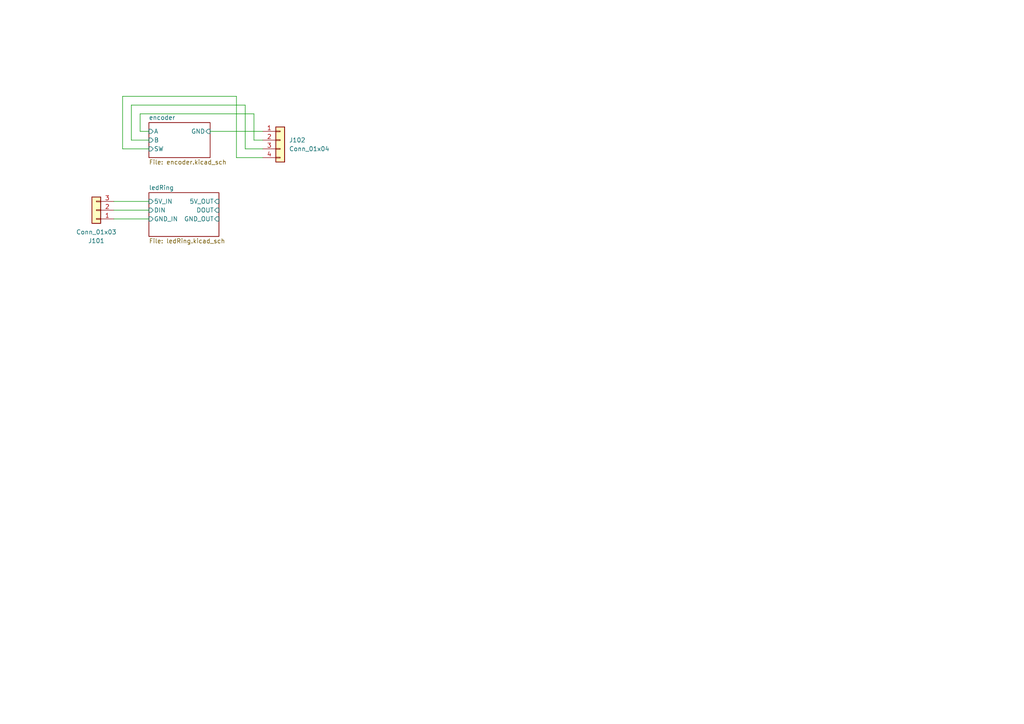
<source format=kicad_sch>
(kicad_sch (version 20250114) (generator "eeschema") (generator_version "9.0")
  (paper "A4")
  (lib_symbols
    (symbol "Connector_Generic:Conn_01x03" (pin_names (offset 1.016) (hide yes))
      (property "Reference" "J" (at 0 5.08 0))
      (property "Value" "Conn_01x03" (at 0 -5.08 0))
      (symbol "Conn_01x03_1_1"
        (rectangle (start -1.27 3.81) (end 1.27 -3.81) (stroke (width 0.254)) (fill (type background)))
        (rectangle (start -1.27 2.667) (end 0 2.413) (stroke (width 0.1524)))
        (rectangle (start -1.27 0.127) (end 0 -0.127) (stroke (width 0.1524)))
        (rectangle (start -1.27 -2.413) (end 0 -2.667) (stroke (width 0.1524)))
        (pin passive line (at -5.08 2.54 0) (length 3.81) (name "Pin_1") (number "1"))
        (pin passive line (at -5.08 0 0) (length 3.81) (name "Pin_2") (number "2"))
        (pin passive line (at -5.08 -2.54 0) (length 3.81) (name "Pin_3") (number "3"))
      )
    )
    (symbol "Connector_Generic:Conn_01x04" (pin_names (offset 1.016) (hide yes))
      (property "Reference" "J" (at 0 5.08 0))
      (property "Value" "Conn_01x04" (at 0 -7.62 0))
      (symbol "Conn_01x04_1_1"
        (rectangle (start -1.27 3.81) (end 1.27 -6.35) (stroke (width 0.254)) (fill (type background)))
        (rectangle (start -1.27 2.667) (end 0 2.413) (stroke (width 0.1524)))
        (rectangle (start -1.27 0.127) (end 0 -0.127) (stroke (width 0.1524)))
        (rectangle (start -1.27 -2.413) (end 0 -2.667) (stroke (width 0.1524)))
        (rectangle (start -1.27 -4.953) (end 0 -5.207) (stroke (width 0.1524)))
        (pin passive line (at -5.08 2.54 0) (length 3.81) (name "Pin_1") (number "1"))
        (pin passive line (at -5.08 0 0) (length 3.81) (name "Pin_2") (number "2"))
        (pin passive line (at -5.08 -2.54 0) (length 3.81) (name "Pin_3") (number "3"))
        (pin passive line (at -5.08 -5.08 0) (length 3.81) (name "Pin_4") (number "4"))
      )
    )
  )
  (wire (pts (xy 71.12 30.48) (xy 38.1 30.48)))
  (wire (pts (xy 68.58 45.72) (xy 76.2 45.72)))
  (wire (pts (xy 35.56 43.18) (xy 35.56 27.94)))
  (wire (pts (xy 35.56 27.94) (xy 68.58 27.94)))
  (wire (pts (xy 38.1 30.48) (xy 38.1 40.64)))
  (wire (pts (xy 43.18 38.1) (xy 40.64 38.1)))
  (wire (pts (xy 73.66 40.64) (xy 76.2 40.64)))
  (wire (pts (xy 43.18 43.18) (xy 35.56 43.18)))
  (wire (pts (xy 76.2 43.18) (xy 71.12 43.18)))
  (wire (pts (xy 73.66 33.02) (xy 73.66 40.64)))
  (wire (pts (xy 60.96 38.1) (xy 76.2 38.1)))
  (wire (pts (xy 40.64 38.1) (xy 40.64 33.02)))
  (wire (pts (xy 68.58 27.94) (xy 68.58 45.72)))
  (wire (pts (xy 71.12 43.18) (xy 71.12 30.48)))
  (wire (pts (xy 38.1 40.64) (xy 43.18 40.64)))
  (wire (pts (xy 33.02 63.5) (xy 43.18 63.5)))
  (wire (pts (xy 40.64 33.02) (xy 73.66 33.02)))
  (wire (pts (xy 33.02 60.96) (xy 43.18 60.96)))
  (wire (pts (xy 33.02 58.42) (xy 43.18 58.42)))
  (symbol (lib_id "Connector_Generic:Conn_01x04") (at 81.28 40.64 0) (unit 1)
    (property "Reference" "J102" (at 83.82 40.6399 0) (effects (justify left)))
    (property "Value" "Conn_01x04" (at 83.82 43.1799 0) (effects (justify left)))
    (property "Footprint" "Connector_PinHeader_2.54mm:PinHeader_1x04_P2.54mm_Vertical" (effects (hide yes)))
    (property "Description" "Generic connector, single row, 01x04, script generated (kicad-library-utils/schlib/autogen/connector/)" (effects (hide yes)))
  )
  (symbol (lib_id "Connector_Generic:Conn_01x03") (at 27.94 60.96 180) (unit 1)
    (property "Reference" "J101" (at 27.94 69.85 0))
    (property "Value" "Conn_01x03" (at 27.94 67.31 0))
    (property "Footprint" "Connector_PinHeader_2.54mm:PinHeader_1x03_P2.54mm_Vertical" (effects (hide yes)))
    (property "Description" "Generic connector, single row, 01x03, script generated (kicad-library-utils/schlib/autogen/connector/)" (effects (hide yes)))
  )
  (sheet (at 43.18 35.56) (size 17.78 10.16) (stroke (width 0.1524))
    (property "Sheetname" "encoder" (at 43.18 34.8484 0) (effects (justify left bottom)))
    (property "Sheetfile" "encoder.kicad_sch" (at 43.18 46.3046 0) (effects (justify left top)))
    (pin "A" input (at 43.18 38.1 180))
    (pin "B" input (at 43.18 40.64 180))
    (pin "GND" input (at 60.96 38.1 0))
    (pin "SW" input (at 43.18 43.18 180))
  )
  (sheet (at 43.18 55.88) (size 20.32 12.7) (stroke (width 0.1524))
    (property "Sheetname" "ledRing" (at 43.18 55.1684 0) (effects (justify left bottom)))
    (property "Sheetfile" "ledRing.kicad_sch" (at 43.18 69.1646 0) (effects (justify left top)))
    (pin "5V_IN" input (at 43.18 58.42 180))
    (pin "5V_OUT" input (at 63.5 58.42 0))
    (pin "DIN" input (at 43.18 60.96 180))
    (pin "DOUT" input (at 63.5 60.96 0))
    (pin "GND_IN" input (at 43.18 63.5 180))
    (pin "GND_OUT" input (at 63.5 63.5 0))
  )
)
</source>
